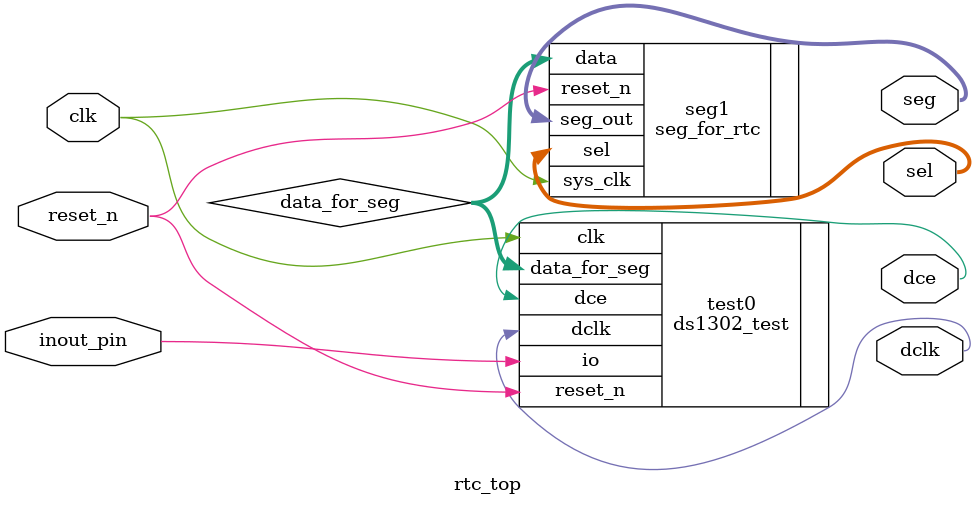
<source format=v>
module rtc_top(clk,reset_n,inout_pin,dce,dclk,sel,seg);
input       clk;
input       reset_n;
inout       inout_pin;
output      dce;
output      dclk;
output [5:0]sel;
output [7:0]seg;




wire [23:0]data_for_seg;

seg_for_rtc seg1(
 .sys_clk   (clk        ),
 .reset_n   (reset_n    ),
 .data      (data_for_seg),
 .sel       (sel[5:0]  ),
 .seg_out   (seg[7:0]   )
 );

ds1302_test test0(
 .clk            (clk           ),
 .reset_n        (reset_n       ),
 .io             (inout_pin     ),
 .dclk           (dclk          ),
 .dce            (dce           ),
 .data_for_seg   (data_for_seg  )
);



endmodule

</source>
